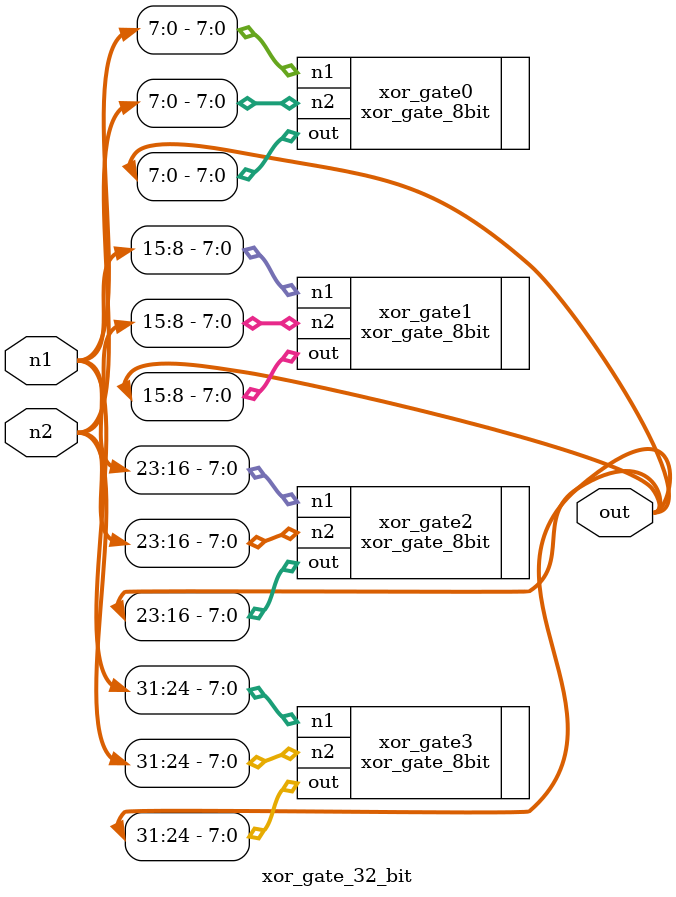
<source format=v>
module xor_gate_32_bit (
    input [31:0] n1,
    input [31:0] n2,
    output [31:0] out
);

    xor_gate_8bit xor_gate0 (.n1(n1[7:0]),.n2(n2[7:0]),.out(out[7:0]));
    xor_gate_8bit xor_gate1 (.n1(n1[15:8]),.n2(n2[15:8]),.out(out[15:8]));
    xor_gate_8bit xor_gate2 (.n1(n1[23:16]),.n2(n2[23:16]),.out(out[23:16]));
    xor_gate_8bit xor_gate3 (.n1(n1[31:24]),.n2(n2[31:24]),.out(out[31:24]));
    
endmodule
</source>
